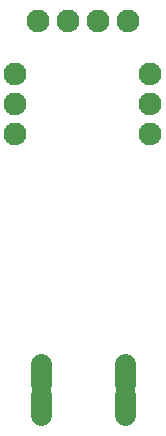
<source format=gbs>
G04 EAGLE Gerber RS-274X export*
G75*
%MOMM*%
%FSLAX34Y34*%
%LPD*%
%INSoldermask Bottom*%
%IPPOS*%
%AMOC8*
5,1,8,0,0,1.08239X$1,22.5*%
G01*
%ADD10C,1.765300*%
%ADD11C,1.930400*%


D10*
X40450Y9478D02*
X40450Y26623D01*
X111950Y26623D02*
X111950Y9478D01*
X40450Y35905D02*
X40450Y53050D01*
X111950Y53050D02*
X111950Y35905D01*
D11*
X38100Y342900D03*
X63500Y342900D03*
X88900Y342900D03*
X114300Y342900D03*
X19050Y247650D03*
X19050Y273050D03*
X19050Y298450D03*
X133350Y247650D03*
X133350Y273050D03*
X133350Y298450D03*
M02*

</source>
